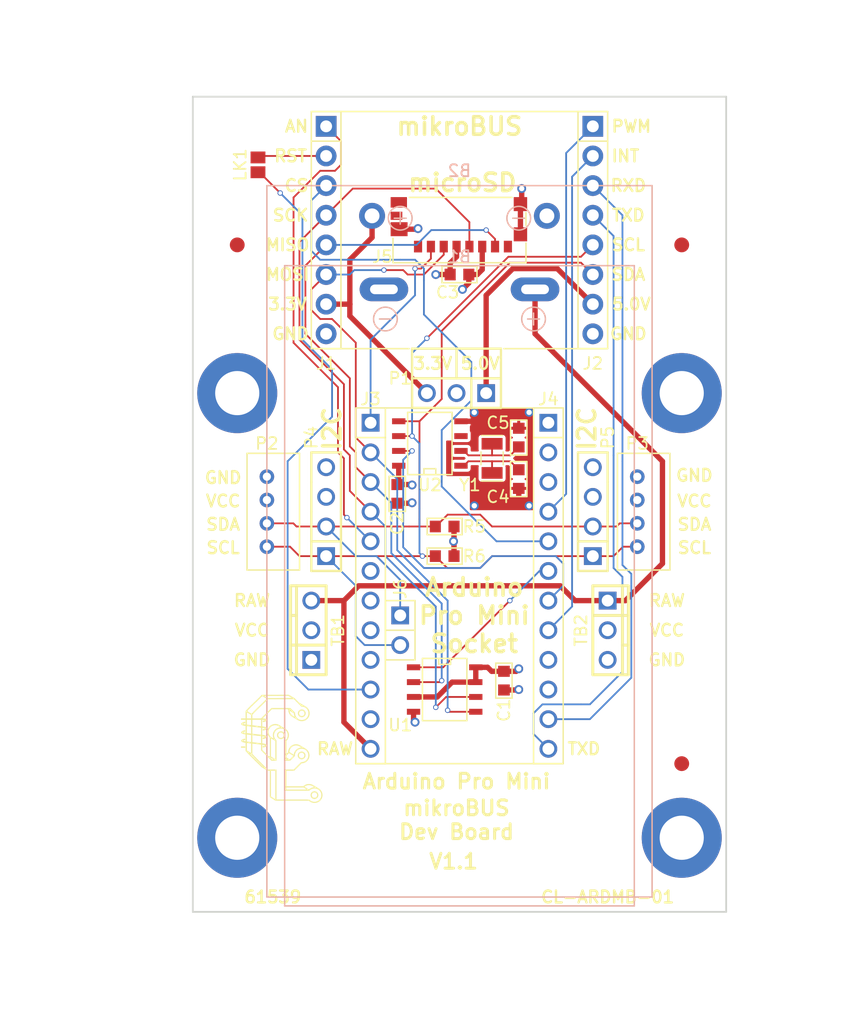
<source format=kicad_pcb>
(kicad_pcb (version 4) (host pcbnew 4.0.4-stable)
  (title_block (title "Arduino Pro Mini mikroBUS Develepment Board") (date 2018-04-07) (rev 1.1) (company "Casco Logix, LLC"))
  (layers (0 F.Cu signal) (1 Power.Cu power hide) (2 Ground.Cu power hide) (31 B.Cu signal) (34 B.Paste user) (35 F.Paste user) (36 B.SilkS user) (37 F.SilkS user) (38 B.Mask user) (39 F.Mask user) (44 Edge.Cuts user))
  (net 0 "")
  (net 1 RAW)
  (net 2 GND)
  (net 3 MOSI)
  (net 4 3.3V)
  (net 5 SCK)
  (net 6 MISO)
  (net 7 D5)
  (net 8 A0)
  (net 9 SDA)
  (net 10 5.0V)
  (net 11 SCL)
  (net 12 RXD)
  (net 13 D2)
  (net 14 RST)
  (net 15 VCC)
  (net 16 D4)
  (net 17 D3)
  (net 18 D6)
  (net 19 TXD)
  (net 20 D10)
  (net 21 "Net-(C4-Pad1)")
  (net 22 "Net-(C5-Pad1)")
  (net 23 /mikroBUS_RST)
  (module Passive:0603 (layer F.Cu) (at 85.09 60.96 90)
    (fp_text reference C5 (at 1.27 -1.778 360) (layer F.SilkS) (effects (font (size 1.016 1.016) (thickness 0.1524))))
    (fp_text value 6pF)
    (pad 1 smd rect (at -0.8 0 90) (size 0.95 1) (layers F.Cu F.Paste F.Mask) (net 22 "Net-(C5-Pad1)"))
    (pad 2 smd rect (at 0.8 0 90) (size 0.95 1) (layers F.Cu F.Paste F.Mask) (net 2 GND))
  )
  (module Battery:Keystone_2462_2AA (layer B.Cu) (at 80.01 69.85 90)
    (fp_text reference B2 (at 31.75 0 360) (layer B.SilkS) (effects (font (size 1.016 1.016) (thickness 0.1524)) (justify mirror)))
    (fp_text value 2xAA)
    (pad 2 thru_hole circle (at 27.8892 7.493 90) (size 2.2225 2.2225) (drill 1.27) (layers *.Cu *.Mask) (net 2 GND))
    (pad 1 thru_hole circle (at 27.8892 -7.493 90) (size 2.2225 2.2225) (drill 1.27) (layers *.Cu *.Mask) (net 4 3.3V))
  )
  (module TB_100MIL_1R3P_PTH (layer F.Cu) (at 92.71 77.47 270)
    (fp_text reference TB2 (at 0 2.286 450) (layer F.SilkS) (effects (font (size 1.016 1.016) (thickness 0.1524))))
    (fp_text value OSTVN_1x3 hide)
    (pad 1 thru_hole rect (at -2.54 0 270) (size 1.524 1.524) (drill 1.016) (layers *.Cu *.Mask) (net 1 RAW))
    (pad 2 thru_hole circle (at 0 0 270) (size 1.524 1.524) (drill 1.016) (layers *.Cu *.Mask) (net 15 VCC))
    (pad 3 thru_hole circle (at 2.54 0 270) (size 1.524 1.524) (drill 1.016) (layers *.Cu *.Mask) (net 2 GND))
  )
  (module Connector:PH_2.0_PTH (layer F.Cu) (at 95.25 67.31 90)
    (fp_text reference P3 (at 5.842 0 360) (layer F.SilkS) (effects (font (size 1.016 1.016) (thickness 0.1524))))
    (fp_text value HEADER_M_2.54MM_1R4P_ST_AU_PTH hide)
    (pad 3 thru_hole circle (at 1 0 90) (size 1.25 1.25) (drill 0.7) (layers *.Cu *.Mask) (net 15 VCC))
    (pad 2 thru_hole circle (at -1 0 90) (size 1.25 1.25) (drill 0.7) (layers *.Cu *.Mask) (net 9 SDA))
    (pad 1 thru_hole circle (at -3 0 90) (size 1.25 1.25) (drill 0.7) (layers *.Cu *.Mask) (net 11 SCL))
    (pad 4 thru_hole circle (at 3 0 90) (size 1.25 1.25) (drill 0.7) (layers *.Cu *.Mask) (net 2 GND))
  )
  (module Connector:Molex_0475710001 (layer F.Cu) (at 80.01 43.18 180)
    (fp_text reference J5 (at 6.604 -2.286 180) (layer F.SilkS) (effects (font (size 1.016 1.016) (thickness 0.1524))))
    (fp_text value Molex_0475710001 hide)
    (pad 1 smd rect (at 3.55 -1.415 180) (size 0.7 1) (layers F.Cu F.Paste F.Mask))
    (pad 2 smd rect (at 2.45 -1.415 180) (size 0.7 1) (layers F.Cu F.Paste F.Mask) (net 20 D10))
    (pad 3 smd rect (at 1.35 -1.415 180) (size 0.7 1) (layers F.Cu F.Paste F.Mask) (net 3 MOSI))
    (pad 4 smd rect (at 0.25 -1.415 180) (size 0.7 1) (layers F.Cu F.Paste F.Mask) (net 15 VCC))
    (pad 5 smd rect (at -0.85 -1.415 180) (size 0.7 1) (layers F.Cu F.Paste F.Mask) (net 5 SCK))
    (pad 6 smd rect (at -1.95 -1.415 180) (size 0.7 1) (layers F.Cu F.Paste F.Mask) (net 2 GND))
    (pad 7 smd rect (at -3.05 -1.415 180) (size 0.7 1) (layers F.Cu F.Paste F.Mask) (net 6 MISO))
    (pad 8 smd rect (at -4.15 -1.415 180) (size 0.7 1) (layers F.Cu F.Paste F.Mask))
    (pad 9 smd rect (at -5.225 -0.365 180) (size 1.15 1.2) (layers F.Cu F.Paste F.Mask) (net 2 GND))
    (pad 10 smd rect (at -5.225 2.225 180) (size 1.15 1.2) (layers F.Cu F.Paste F.Mask) (net 2 GND))
    (pad 11 smd rect (at 5.175 0.075 180) (size 1.45 1.2) (layers F.Cu F.Paste F.Mask) (net 2 GND))
    (pad 12 smd rect (at 5.4 1.225 180) (size 1 0.7) (layers F.Cu F.Paste F.Mask))
    (pad 13 smd rect (at 5.2 2.375 180) (size 1.4 0.9) (layers F.Cu F.Paste F.Mask))
  )
  (module Connector:PH_2.0_PTH (layer F.Cu) (at 63.5 67.31 90)
    (fp_text reference P2 (at 5.842 0 360) (layer F.SilkS) (effects (font (size 1.016 1.016) (thickness 0.1524))))
    (fp_text value HEADER_M_2.54MM_1R4P_ST_AU_PTH hide)
    (pad 3 thru_hole circle (at 1 0 90) (size 1.25 1.25) (drill 0.7) (layers *.Cu *.Mask) (net 15 VCC))
    (pad 2 thru_hole circle (at -1 0 90) (size 1.25 1.25) (drill 0.7) (layers *.Cu *.Mask) (net 9 SDA))
    (pad 1 thru_hole circle (at -3 0 90) (size 1.25 1.25) (drill 0.7) (layers *.Cu *.Mask) (net 11 SCL))
    (pad 4 thru_hole circle (at 3 0 90) (size 1.25 1.25) (drill 0.7) (layers *.Cu *.Mask) (net 2 GND))
  )
  (module Passive:0603 (layer F.Cu) (at 83.82 81.788 270)
    (fp_text reference C1 (at 2.54 0 270) (layer F.SilkS) (effects (font (size 1.016 1.016) (thickness 0.1524))))
    (fp_text value 1uF)
    (pad 1 smd rect (at -0.8 0 270) (size 0.95 1) (layers F.Cu F.Paste F.Mask) (net 15 VCC))
    (pad 2 smd rect (at 0.8 0 270) (size 0.95 1) (layers F.Cu F.Paste F.Mask) (net 2 GND))
  )
  (module Passive:0603 (layer F.Cu) (at 74.676 65.786 270)
    (fp_text reference C2 (at 2.54 0 450) (layer F.SilkS) (effects (font (size 1.016 1.016) (thickness 0.1524))))
    (fp_text value 1uF)
    (pad 1 smd rect (at -0.8 0 270) (size 0.95 1) (layers F.Cu F.Paste F.Mask) (net 15 VCC))
    (pad 2 smd rect (at 0.8 0 270) (size 0.95 1) (layers F.Cu F.Paste F.Mask) (net 2 GND))
  )
  (module Passive:0603 (layer F.Cu) (at 80.01 46.99)
    (fp_text reference C3 (at -1.016 1.524) (layer F.SilkS) (effects (font (size 1.016 1.016) (thickness 0.1524))))
    (fp_text value 1uF)
    (pad 1 smd rect (at -0.8 0) (size 0.95 1) (layers F.Cu F.Paste F.Mask) (net 15 VCC))
    (pad 2 smd rect (at 0.8 0) (size 0.95 1) (layers F.Cu F.Paste F.Mask) (net 2 GND))
  )
  (module Passive:SOLDER_LINK_NO (layer F.Cu) (at 62.738 37.592 180)
    (fp_text reference LK1 (at 1.524 0 450) (layer F.SilkS) (effects (font (size 1.016 1.016) (thickness 0.1524))))
    (fp_text value SOLDER_LINK_NO)
    (pad 1 smd rect (at 0 -0.635 180) (size 1.27 1.016) (layers F.Cu F.Mask) (net 14 RST))
    (pad 2 smd rect (at 0 0.635 180) (size 1.27 1.016) (layers F.Cu F.Mask) (net 23 /mikroBUS_RST))
  )
  (module Passive:R0603 (layer F.Cu) (at 78.74 68.58 180)
    (fp_text reference R5 (at -2.54 0 180) (layer F.SilkS) (effects (font (size 1.016 1.016) (thickness 0.1524))))
    (fp_text value 4.7k)
    (pad 1 smd rect (at -0.8 0 180) (size 0.95 1) (layers F.Cu F.Paste F.Mask) (net 15 VCC))
    (pad 2 smd rect (at 0.8 0 180) (size 0.95 1) (layers F.Cu F.Paste F.Mask) (net 9 SDA))
  )
  (module Passive:R0603 (layer F.Cu) (at 78.74 71.12 180)
    (fp_text reference R6 (at -2.54 0 180) (layer F.SilkS) (effects (font (size 1.016 1.016) (thickness 0.1524))))
    (fp_text value 4.7k)
    (pad 1 smd rect (at -0.8 0 180) (size 0.95 1) (layers F.Cu F.Paste F.Mask) (net 15 VCC))
    (pad 2 smd rect (at 0.8 0 180) (size 0.95 1) (layers F.Cu F.Paste F.Mask) (net 11 SCL))
  )
  (module Active:SO-8 (layer F.Cu) (at 78.74 82.55)
    (fp_text reference U1 (at -3.81 3.048) (layer F.SilkS) (effects (font (size 1.016 1.016) (thickness 0.1524))))
    (fp_text value FL116K hide)
    (pad 8 smd rect (at 2.667 -1.905 270) (size 0.508 1.143) (layers F.Cu F.Paste F.Mask) (net 15 VCC))
    (pad 1 smd rect (at -2.667 -1.905 270) (size 0.508 1.143) (layers F.Cu F.Paste F.Mask) (net 16 D4))
    (pad 7 smd rect (at 2.667 -0.635 270) (size 0.508 1.143) (layers F.Cu F.Paste F.Mask) (net 15 VCC))
    (pad 6 smd rect (at 2.667 0.635 270) (size 0.508 1.143) (layers F.Cu F.Paste F.Mask) (net 5 SCK))
    (pad 5 smd rect (at 2.667 1.905 270) (size 0.508 1.143) (layers F.Cu F.Paste F.Mask) (net 3 MOSI))
    (pad 2 smd rect (at -2.667 -0.635 270) (size 0.508 1.143) (layers F.Cu F.Paste F.Mask) (net 6 MISO))
    (pad 3 smd rect (at -2.667 0.635 270) (size 0.508 1.143) (layers F.Cu F.Paste F.Mask) (net 15 VCC))
    (pad 4 smd rect (at -2.667 1.905 270) (size 0.508 1.143) (layers F.Cu F.Paste F.Mask) (net 2 GND))
  )
  (module Active:SO-8 (layer F.Cu) (at 77.47 61.468 180)
    (fp_text reference U2 (at 0 -3.556 180) (layer F.SilkS) (effects (font (size 1.016 1.016) (thickness 0.1524))))
    (fp_text value MCP7940M-I/SN hide)
    (pad 8 smd rect (at 2.667 -1.905 90) (size 0.508 1.143) (layers F.Cu F.Paste F.Mask) (net 15 VCC))
    (pad 1 smd rect (at -2.667 -1.905 90) (size 0.508 1.143) (layers F.Cu F.Paste F.Mask) (net 21 "Net-(C4-Pad1)"))
    (pad 7 smd rect (at 2.667 -0.635 90) (size 0.508 1.143) (layers F.Cu F.Paste F.Mask) (net 17 D3))
    (pad 6 smd rect (at 2.667 0.635 90) (size 0.508 1.143) (layers F.Cu F.Paste F.Mask) (net 11 SCL))
    (pad 5 smd rect (at 2.667 1.905 90) (size 0.508 1.143) (layers F.Cu F.Paste F.Mask) (net 9 SDA))
    (pad 2 smd rect (at -2.667 -0.635 90) (size 0.508 1.143) (layers F.Cu F.Paste F.Mask) (net 22 "Net-(C5-Pad1)"))
    (pad 3 smd rect (at -2.667 0.635 90) (size 0.508 1.143) (layers F.Cu F.Paste F.Mask))
    (pad 4 smd rect (at -2.667 1.905 90) (size 0.508 1.143) (layers F.Cu F.Paste F.Mask) (net 2 GND))
  )
  (module Logo:Casco_Logix_Logo_7x7MM (layer F.Cu) (at 64.77 87.63)
    (fp_text reference G1 hide)
    (fp_text value Casco_Logix_Logo hide)
  )
  (module FIDUCIAL:FIDUCIAL (layer F.Cu) (at 99.06 88.9)
    (fp_text reference M1 hide)
    (fp_text value FID hide)
    (pad ~ smd circle (at 0 0 270) (size 1.27 1.27) (layers F.Cu F.Mask) (clearance 0.635))
  )
  (module FIDUCIAL:FIDUCIAL (layer F.Cu) (at 99.06 44.45)
    (fp_text reference M2 hide)
    (fp_text value FID hide)
    (pad ~ smd circle (at 0 0 270) (size 1.27 1.27) (layers F.Cu F.Mask) (clearance 0.635))
  )
  (module FIDUCIAL:FIDUCIAL (layer F.Cu) (at 60.96 44.45)
    (fp_text reference M3 hide)
    (fp_text value FID hide)
    (pad ~ smd circle (at 0 0 270) (size 1.27 1.27) (layers F.Cu F.Mask) (clearance 0.635))
  )
  (module Fastener:MH_#6 (layer F.Cu) (at 60.96 57.15)
    (fp_text reference MH1 hide)
    (fp_text value MTG_HOLE)
    (pad ~ thru_hole circle (at 0 0) (size 6.858 6.858) (drill 3.7846) (layers *.Cu *.Mask) (net 2 GND))
  )
  (module Fastener:MH_#6 (layer F.Cu) (at 99.06 57.15)
    (fp_text reference MH2 hide)
    (fp_text value MTG_HOLE)
    (pad ~ thru_hole circle (at 0 0) (size 6.858 6.858) (drill 3.7846) (layers *.Cu *.Mask) (net 2 GND))
  )
  (module Fastener:MH_#6 (layer F.Cu) (at 60.96 95.25)
    (fp_text reference MH3 hide)
    (fp_text value MTG_HOLE)
    (pad ~ thru_hole circle (at 0 0) (size 6.858 6.858) (drill 3.7846) (layers *.Cu *.Mask) (net 2 GND))
  )
  (module Fastener:MH_#6 (layer F.Cu) (at 99.06 95.25)
    (fp_text reference MH4 hide)
    (fp_text value MTG_HOLE)
    (pad ~ thru_hole circle (at 0 0) (size 6.858 6.858) (drill 3.7846) (layers *.Cu *.Mask) (net 2 GND))
  )
  (module Header:HEADER_F_2.54MM_1R8P_ST_AU_PTH (layer F.Cu) (at 68.58 43.18 270)
    (fp_text reference J1 (at 11.43 0 360) (layer F.SilkS) (effects (font (size 1.016 1.016) (thickness 0.1524))))
    (fp_text value HEADER_F_2.54MM_1R8P_ST_AU_PTH)
    (pad 6 thru_hole circle (at 3.81 0 270) (size 1.778 1.778) (drill 1.016) (layers *.Cu *.Mask) (net 3 MOSI))
    (pad 7 thru_hole circle (at 6.35 0 270) (size 1.778 1.778) (drill 1.016) (layers *.Cu *.Mask) (net 4 3.3V))
    (pad 8 thru_hole circle (at 8.89 0 270) (size 1.778 1.778) (drill 1.016) (layers *.Cu *.Mask) (net 2 GND))
    (pad 4 thru_hole circle (at -1.27 0 270) (size 1.778 1.778) (drill 1.016) (layers *.Cu *.Mask) (net 5 SCK))
    (pad 5 thru_hole circle (at 1.27 0 270) (size 1.778 1.778) (drill 1.016) (layers *.Cu *.Mask) (net 6 MISO))
    (pad 3 thru_hole circle (at -3.81 0 270) (size 1.778 1.778) (drill 1.016) (layers *.Cu *.Mask) (net 7 D5))
    (pad 2 thru_hole circle (at -6.35 0 270) (size 1.778 1.778) (drill 1.016) (layers *.Cu *.Mask) (net 23 /mikroBUS_RST))
    (pad 1 thru_hole rect (at -8.89 0 270) (size 1.778 1.778) (drill 1.016) (layers *.Cu *.Mask) (net 8 A0))
  )
  (module Header:HEADER_F_2.54MM_1R8P_ST_AU_PTH (layer F.Cu) (at 91.44 43.18 270)
    (fp_text reference J2 (at 11.43 0 360) (layer F.SilkS) (effects (font (size 1.016 1.016) (thickness 0.1524))))
    (fp_text value HEADER_F_2.54MM_1R8P_ST_AU_PTH)
    (pad 6 thru_hole circle (at 3.81 0 270) (size 1.778 1.778) (drill 1.016) (layers *.Cu *.Mask) (net 9 SDA))
    (pad 7 thru_hole circle (at 6.35 0 270) (size 1.778 1.778) (drill 1.016) (layers *.Cu *.Mask) (net 10 5.0V))
    (pad 8 thru_hole circle (at 8.89 0 270) (size 1.778 1.778) (drill 1.016) (layers *.Cu *.Mask) (net 2 GND))
    (pad 4 thru_hole circle (at -1.27 0 270) (size 1.778 1.778) (drill 1.016) (layers *.Cu *.Mask) (net 19 TXD))
    (pad 5 thru_hole circle (at 1.27 0 270) (size 1.778 1.778) (drill 1.016) (layers *.Cu *.Mask) (net 11 SCL))
    (pad 3 thru_hole circle (at -3.81 0 270) (size 1.778 1.778) (drill 1.016) (layers *.Cu *.Mask) (net 12 RXD))
    (pad 2 thru_hole circle (at -6.35 0 270) (size 1.778 1.778) (drill 1.016) (layers *.Cu *.Mask) (net 13 D2))
    (pad 1 thru_hole rect (at -8.89 0 270) (size 1.778 1.778) (drill 1.016) (layers *.Cu *.Mask) (net 18 D6))
  )
  (module Header:HEADER_M_2.54MM_1R4P_ST_AU_PTH (layer F.Cu) (at 91.44 67.31 90)
    (fp_text reference P5 (at 6.35 1.27 90) (layer F.SilkS) (effects (font (size 1.016 1.016) (thickness 0.1524))))
    (fp_text value HEADER_M_2.54MM_1R4P_ST_AU_PTH hide)
    (pad 4 thru_hole circle (at 3.81 0 90) (size 1.524 1.524) (drill 1.016) (layers *.Cu *.Mask) (net 2 GND))
    (pad 3 thru_hole circle (at 1.27 0 90) (size 1.524 1.524) (drill 1.016) (layers *.Cu *.Mask) (net 15 VCC))
    (pad 2 thru_hole circle (at -1.27 0 90) (size 1.524 1.524) (drill 1.016) (layers *.Cu *.Mask) (net 9 SDA))
    (pad 1 thru_hole rect (at -3.81 0 90) (size 1.524 1.524) (drill 1.016) (layers *.Cu *.Mask) (net 11 SCL))
  )
  (module Terminal_Block:TB_100MIL_1R3P_PTH (layer F.Cu) (at 67.31 77.47 90)
    (fp_text reference TB1 (at 0 2.286 270) (layer F.SilkS) (effects (font (size 1.016 1.016) (thickness 0.1524))))
    (fp_text value OSTVN_1x3 hide)
    (pad 1 thru_hole rect (at -2.54 0 90) (size 1.524 1.524) (drill 1.016) (layers *.Cu *.Mask) (net 2 GND))
    (pad 2 thru_hole circle (at 0 0 90) (size 1.524 1.524) (drill 1.016) (layers *.Cu *.Mask) (net 15 VCC))
    (pad 3 thru_hole circle (at 2.54 0 90) (size 1.524 1.524) (drill 1.016) (layers *.Cu *.Mask) (net 1 RAW))
  )
  (module Header:HEADER_M_2.54MM_1R4P_ST_AU_PTH (layer F.Cu) (at 68.58 67.31 90)
    (fp_text reference P4 (at 6.35 -1.27 90) (layer F.SilkS) (effects (font (size 1.016 1.016) (thickness 0.1524))))
    (fp_text value HEADER_M_2.54MM_1R4P_ST_AU_PTH hide)
    (pad 4 thru_hole circle (at 3.81 0 90) (size 1.524 1.524) (drill 1.016) (layers *.Cu *.Mask) (net 2 GND))
    (pad 3 thru_hole circle (at 1.27 0 90) (size 1.524 1.524) (drill 1.016) (layers *.Cu *.Mask) (net 15 VCC))
    (pad 2 thru_hole circle (at -1.27 0 90) (size 1.524 1.524) (drill 1.016) (layers *.Cu *.Mask) (net 9 SDA))
    (pad 1 thru_hole rect (at -3.81 0 90) (size 1.524 1.524) (drill 1.016) (layers *.Cu *.Mask) (net 11 SCL))
  )
  (module Header:HEADER_F_2.54MM_1R12P_ST_SN_PTH (layer F.Cu) (at 72.39 73.66 270)
    (fp_text reference J3 (at -16.002 0 360) (layer F.SilkS) (effects (font (size 1.016 1.016) (thickness 0.1524))))
    (fp_text value HEADER_F_2.54MM_1R12P_ST_AU_PTH)
    (pad 11 thru_hole circle (at 11.43 0 270) (size 1.524 1.524) (drill 1.016) (layers *.Cu *.Mask) (net 2 GND))
    (pad 12 thru_hole circle (at 13.97 0 270) (size 1.524 1.524) (drill 1.016) (layers *.Cu *.Mask) (net 1 RAW))
    (pad 10 thru_hole circle (at 8.89 0 270) (size 1.524 1.524) (drill 1.016) (layers *.Cu *.Mask) (net 14 RST))
    (pad 6 thru_hole circle (at -1.27 0 270) (size 1.524 1.524) (drill 1.016) (layers *.Cu *.Mask))
    (pad 7 thru_hole circle (at 1.27 0 270) (size 1.524 1.524) (drill 1.016) (layers *.Cu *.Mask))
    (pad 9 thru_hole circle (at 6.35 0 270) (size 1.524 1.524) (drill 1.016) (layers *.Cu *.Mask) (net 15 VCC))
    (pad 8 thru_hole circle (at 3.81 0 270) (size 1.524 1.524) (drill 1.016) (layers *.Cu *.Mask))
    (pad 4 thru_hole circle (at -6.35 0 270) (size 1.524 1.524) (drill 1.016) (layers *.Cu *.Mask) (net 5 SCK))
    (pad 5 thru_hole circle (at -3.81 0 270) (size 1.524 1.524) (drill 1.016) (layers *.Cu *.Mask) (net 8 A0))
    (pad 3 thru_hole circle (at -8.89 0 270) (size 1.524 1.524) (drill 1.016) (layers *.Cu *.Mask) (net 6 MISO))
    (pad 2 thru_hole circle (at -11.43 0 270) (size 1.524 1.524) (drill 1.016) (layers *.Cu *.Mask) (net 3 MOSI))
    (pad 1 thru_hole rect (at -13.97 0 270) (size 1.524 1.524) (drill 1.016) (layers *.Cu *.Mask) (net 20 D10))
  )
  (module Header:HEADER_F_2.54MM_1R12P_ST_SN_PTH (layer F.Cu) (at 87.63 73.66 270)
    (fp_text reference J4 (at -16.002 0 360) (layer F.SilkS) (effects (font (size 1.016 1.016) (thickness 0.1524))))
    (fp_text value HEADER_F_2.54MM_1R12P_ST_AU_PTH)
    (pad 11 thru_hole circle (at 11.43 0 270) (size 1.524 1.524) (drill 1.016) (layers *.Cu *.Mask) (net 12 RXD))
    (pad 12 thru_hole circle (at 13.97 0 270) (size 1.524 1.524) (drill 1.016) (layers *.Cu *.Mask) (net 19 TXD))
    (pad 10 thru_hole circle (at 8.89 0 270) (size 1.524 1.524) (drill 1.016) (layers *.Cu *.Mask))
    (pad 6 thru_hole circle (at -1.27 0 270) (size 1.524 1.524) (drill 1.016) (layers *.Cu *.Mask) (net 16 D4))
    (pad 7 thru_hole circle (at 1.27 0 270) (size 1.524 1.524) (drill 1.016) (layers *.Cu *.Mask) (net 17 D3))
    (pad 9 thru_hole circle (at 6.35 0 270) (size 1.524 1.524) (drill 1.016) (layers *.Cu *.Mask) (net 2 GND))
    (pad 8 thru_hole circle (at 3.81 0 270) (size 1.524 1.524) (drill 1.016) (layers *.Cu *.Mask) (net 13 D2))
    (pad 4 thru_hole circle (at -6.35 0 270) (size 1.524 1.524) (drill 1.016) (layers *.Cu *.Mask) (net 18 D6))
    (pad 5 thru_hole circle (at -3.81 0 270) (size 1.524 1.524) (drill 1.016) (layers *.Cu *.Mask) (net 7 D5))
    (pad 3 thru_hole circle (at -8.89 0 270) (size 1.524 1.524) (drill 1.016) (layers *.Cu *.Mask))
    (pad 2 thru_hole circle (at -11.43 0 270) (size 1.524 1.524) (drill 1.016) (layers *.Cu *.Mask))
    (pad 1 thru_hole rect (at -13.97 0 270) (size 1.524 1.524) (drill 1.016) (layers *.Cu *.Mask))
  )
  (module Header:HEADER_M_2.54MM_1R3P_ST_AU_PTH (layer F.Cu) (at 79.756 57.15 180)
    (fp_text reference P1 (at 4.826 1.27 180) (layer F.SilkS) (effects (font (size 1.016 1.016) (thickness 0.1524))))
    (fp_text value HEADER_M_2.54MM_1R3P_ST_AU_PTH hide)
    (pad 3 thru_hole circle (at 2.54 0 180) (size 1.524 1.524) (drill 1.016) (layers *.Cu *.Mask) (net 4 3.3V))
    (pad 2 thru_hole circle (at 0 0 180) (size 1.524 1.524) (drill 1.016) (layers *.Cu *.Mask) (net 15 VCC))
    (pad 1 thru_hole rect (at -2.54 0 180) (size 1.524 1.524) (drill 1.016) (layers *.Cu *.Mask) (net 10 5.0V))
  )
  (module Header:HEADER_F_2.54MM_1R2P_ST_SN_PTH (layer F.Cu) (at 74.93 77.47 270)
    (fp_text reference J6 (at -3.556 0 270) (layer F.SilkS) (effects (font (size 1.016 1.016) (thickness 0.1524))))
    (fp_text value HEADER_F_2.54MM_1R2P_ST_AU_PTH hide)
    (pad 2 thru_hole circle (at 1.27 0 270) (size 1.524 1.524) (drill 1.016) (layers *.Cu *.Mask) (net 11 SCL))
    (pad 1 thru_hole rect (at -1.27 0 270) (size 1.524 1.524) (drill 1.016) (layers *.Cu *.Mask) (net 9 SDA))
  )
  (module Battery:BC9VPC (layer B.Cu) (at 80.01 48.26 270)
    (fp_text reference B1 (at -2.794 0 540) (layer B.SilkS) (effects (font (size 1.016 1.016) (thickness 0.1524)) (justify mirror)))
    (fp_text value 9V)
    (pad 2 thru_hole oval (at 0 6.477 270) (size 2.032 4.1656) (drill oval 0.8255 2.38125) (layers *.Cu *.Mask) (net 2 GND))
    (pad 1 thru_hole oval (at 0 -6.477 270) (size 2.032 4.1656) (drill oval 0.8255 2.38125) (layers *.Cu *.Mask) (net 1 RAW))
  )
  (module Passive:0603 (layer F.Cu) (at 85.09 64.516 270)
    (fp_text reference C4 (at 1.524 1.778 360) (layer F.SilkS) (effects (font (size 1.016 1.016) (thickness 0.1524))))
    (fp_text value 6pF)
    (pad 1 smd rect (at -0.8 0 270) (size 0.95 1) (layers F.Cu F.Paste F.Mask) (net 21 "Net-(C4-Pad1)"))
    (pad 2 smd rect (at 0.8 0 270) (size 0.95 1) (layers F.Cu F.Paste F.Mask) (net 2 GND))
  )
  (module Passive:XTAL_3.2MM_1.5MM_SMT_ALT (layer F.Cu) (at 82.804 62.738 270)
    (fp_text reference Y1 (at 2.286 1.905 360) (layer F.SilkS) (effects (font (size 1.016 1.016) (thickness 0.1524))))
    (fp_text value 32.768k)
    (pad 1 smd rect (at -1.25 0 270) (size 1 1.8) (layers F.Cu F.Paste F.Mask) (net 22 "Net-(C5-Pad1)"))
    (pad 2 smd rect (at 1.25 0 270) (size 1 1.8) (layers F.Cu F.Paste F.Mask) (net 21 "Net-(C4-Pad1)"))
  )
  (gr_line (start 83.566 58.42) (end 86.36 58.42) (angle 90) (layer F.SilkS) (width 0.127))
  (gr_line (start 73.66 58.42) (end 75.946 58.42) (angle 90) (layer F.SilkS) (width 0.127))
  (gr_text GND (at 59.75 64.4) (layer F.SilkS) (effects (font (size 1.016 1.016) (thickness 0.2032))))
  (gr_text VCC (at 59.75 66.4) (layer F.SilkS) (effects (font (size 1.016 1.016) (thickness 0.2032))))
  (gr_text SDA (at 59.75 68.4) (layer F.SilkS) (effects (font (size 1.016 1.016) (thickness 0.2032))))
  (gr_text SCL (at 59.75 70.4) (layer F.SilkS) (effects (font (size 1.016 1.016) (thickness 0.2032))))
  (gr_text TXD (at 90.678 87.63) (layer F.SilkS) (effects (font (size 1.016 1.016) (thickness 0.2032))))
  (gr_text RAW (at 69.342 87.63) (layer F.SilkS) (effects (font (size 1.016 1.016) (thickness 0.2032))))
  (gr_text SCL (at 100.15 70.4) (layer F.SilkS) (effects (font (size 1.016 1.016) (thickness 0.2032))))
  (gr_text SDA (at 100.15 68.4) (layer F.SilkS) (effects (font (size 1.016 1.016) (thickness 0.2032))))
  (gr_text VCC (at 100.15 66.4) (layer F.SilkS) (effects (font (size 1.016 1.016) (thickness 0.2032))))
  (gr_text GND (at 100.15 64.2) (layer F.SilkS) (effects (font (size 1.016 1.016) (thickness 0.2032))))
  (gr_text INT (at 94.234 36.83) (layer F.SilkS) (effects (font (size 1.016 1.016) (thickness 0.2032))))
  (gr_text PWM (at 94.742 34.29) (layer F.SilkS) (effects (font (size 1.016 1.016) (thickness 0.2032))))
  (gr_text RXD (at 94.488 39.37) (layer F.SilkS) (effects (font (size 1.016 1.016) (thickness 0.2032))))
  (gr_text TXD (at 94.488 41.91) (layer F.SilkS) (effects (font (size 1.016 1.016) (thickness 0.2032))))
  (gr_text SCL (at 94.488 44.45) (layer F.SilkS) (effects (font (size 1.016 1.016) (thickness 0.2032))))
  (gr_text SDA (at 94.488 46.99) (layer F.SilkS) (effects (font (size 1.016 1.016) (thickness 0.2032))))
  (gr_text 5.0V (at 94.742 49.53) (layer F.SilkS) (effects (font (size 1.016 1.016) (thickness 0.2032))))
  (gr_text GND (at 94.488 52.07) (layer F.SilkS) (effects (font (size 1.016 1.016) (thickness 0.2032))))
  (gr_text GND (at 65.532 52.07) (layer F.SilkS) (effects (font (size 1.016 1.016) (thickness 0.2032))))
  (gr_text 3.3V (at 65.278 49.53) (layer F.SilkS) (effects (font (size 1.016 1.016) (thickness 0.2032))))
  (gr_text MOSI (at 65.278 46.99) (layer F.SilkS) (effects (font (size 1.016 1.016) (thickness 0.2032))))
  (gr_text MISO (at 65.278 44.45) (layer F.SilkS) (effects (font (size 1.016 1.016) (thickness 0.2032))))
  (gr_text SCK (at 65.532 41.91) (layer F.SilkS) (effects (font (size 1.016 1.016) (thickness 0.2032))))
  (gr_text CS (at 66.04 39.37) (layer F.SilkS) (effects (font (size 1.016 1.016) (thickness 0.2032))))
  (gr_text RST (at 65.532 36.83) (layer F.SilkS) (effects (font (size 1.016 1.016) (thickness 0.2032))))
  (gr_text AN (at 66.04 34.29) (layer F.SilkS) (effects (font (size 1.016 1.016) (thickness 0.2032))))
  (gr_line (start 57.15 31.75) (end 102.87 31.75) (angle 90) (layer Edge.Cuts) (width 0.15))
  (gr_line (start 57.15 101.6) (end 102.87 101.6) (angle 90) (layer Edge.Cuts) (width 0.15))
  (gr_text CL-ARDMB-01 (at 92.71 100.33) (layer F.SilkS) (effects (font (size 1.016 1.016) (thickness 0.2032))))
  (gr_text "mikroBUS\nDev Board" (at 79.756 93.726) (layer F.SilkS) (effects (font (size 1.27 1.27) (thickness 0.254))))
  (gr_text "Arduino Pro Mini" (at 79.756 90.424) (layer F.SilkS) (effects (font (size 1.27 1.27) (thickness 0.254))))
  (gr_text 61539 (at 64.008 100.33) (layer F.SilkS) (effects (font (size 1.016 1.016) (thickness 0.2032))))
  (gr_text V1.1 (at 79.502 97.282) (layer F.SilkS) (effects (font (size 1.27 1.27) (thickness 0.254))))
  (gr_text microSD (at 80.264 39.116) (layer F.SilkS) (effects (font (size 1.5 1.5) (thickness 0.3))))
  (gr_line (start 83.82 53.34) (end 92.71 53.34) (angle 90) (layer F.SilkS) (width 0.127))
  (gr_line (start 67.564 53.34) (end 75.692 53.34) (angle 90) (layer F.SilkS) (width 0.127))
  (gr_line (start 75.946 53.34) (end 75.946 55.88) (angle 90) (layer F.SilkS) (width 0.2))
  (gr_line (start 83.566 53.34) (end 83.566 55.88) (angle 90) (layer F.SilkS) (width 0.2))
  (gr_line (start 79.756 53.34) (end 75.946 53.34) (angle 90) (layer F.SilkS) (width 0.2))
  (gr_line (start 79.756 53.34) (end 83.566 53.34) (angle 90) (layer F.SilkS) (width 0.2))
  (gr_line (start 79.756 55.88) (end 79.756 53.34) (angle 90) (layer F.SilkS) (width 0.2))
  (gr_text RAW (at 97.79 74.93) (layer F.SilkS) (effects (font (size 1.016 1.016) (thickness 0.2032))))
  (gr_text VCC (at 97.79 77.47) (layer F.SilkS) (effects (font (size 1.016 1.016) (thickness 0.2032))))
  (gr_text GND (at 97.79 80.01) (layer F.SilkS) (effects (font (size 1.016 1.016) (thickness 0.2032))))
  (gr_text GND (at 62.23 80.01) (layer F.SilkS) (effects (font (size 1.016 1.016) (thickness 0.2032))))
  (gr_text VCC (at 62.23 77.47) (layer F.SilkS) (effects (font (size 1.016 1.016) (thickness 0.2032))))
  (gr_text RAW (at 62.23 74.93) (layer F.SilkS) (effects (font (size 1.016 1.016) (thickness 0.2032))))
  (gr_line (start 71.12 88.9) (end 88.9 88.9) (angle 90) (layer F.SilkS) (width 0.127))
  (gr_line (start 67.31 33.02) (end 92.71 33.02) (angle 90) (layer F.SilkS) (width 0.127))
  (gr_text "3.3V 5.0V" (at 79.756 54.61) (layer F.SilkS) (effects (font (size 1.016 1.016) (thickness 0.2032))))
  (gr_text I2C (at 69.088 60.198 90) (layer F.SilkS) (effects (font (size 1.5 1.5) (thickness 0.3))))
  (gr_text I2C (at 90.932 60.198 90) (layer F.SilkS) (effects (font (size 1.5 1.5) (thickness 0.3))))
  (gr_line (start 102.87 31.75) (end 102.87 101.6) (angle 90) (layer Edge.Cuts) (width 0.15))
  (gr_line (start 57.15 31.75) (end 57.15 101.6) (angle 90) (layer Edge.Cuts) (width 0.15))
  (gr_text "Arduino\nPro Mini\nSocket" (at 81.28 76.2) (layer F.SilkS) (effects (font (size 1.5 1.5) (thickness 0.3))))
  (gr_text mikroBUS (at 80.01 34.29) (layer F.SilkS) (effects (font (size 1.5 1.5) (thickness 0.3))))
  (segment (start 92.71 74.93) (end 94.234 74.93) (width 0.4572) (layer F.Cu) (net 1))
  (segment (start 86.487 52.07) (end 86.487 48.26) (width 0.4572) (layer F.Cu) (net 1))
  (segment (start 97.409 62.992) (end 86.487 52.07) (width 0.4572) (layer F.Cu) (net 1))
  (segment (start 97.409 71.755) (end 97.409 62.992) (width 0.4572) (layer F.Cu) (net 1))
  (segment (start 94.234 74.93) (end 97.409 71.755) (width 0.4572) (layer F.Cu) (net 1))
  (segment (start 92.71 74.93) (end 89.916 74.93) (width 0.4572) (layer F.Cu) (net 1))
  (segment (start 71.374 73.66) (end 88.646 73.66) (width 0.4572) (layer F.Cu) (net 1))
  (segment (start 88.646 73.66) (end 89.916 74.93) (width 0.4572) (layer F.Cu) (net 1))
  (segment (start 71.374 73.66) (end 70.104 74.93) (width 0.4572) (layer F.Cu) (net 1))
  (segment (start 67.31 74.93) (end 70.104 74.93) (width 0.4572) (layer F.Cu) (net 1))
  (segment (start 70.104 74.93) (end 70.104 85.344) (width 0.4572) (layer F.Cu) (net 1))
  (segment (start 70.104 85.344) (end 72.39 87.63) (width 0.4572) (layer F.Cu) (net 1))
  (segment (start 85.979 58.801) (end 81.28 58.801) (width 0.4572) (layer F.Cu) (net 2))
  (segment (start 81.28 59.563) (end 81.28 58.801) (width 0.4572) (layer F.Cu) (net 2))
  (via (at 81.28 58.801) (size 0.762) (drill 0.4572) (layers F.Cu B.Cu) (net 2))
  (segment (start 81.28 59.563) (end 80.137 59.563) (width 0.4572) (layer F.Cu) (net 2))
  (via (at 85.979 58.801) (size 0.762) (drill 0.4572) (layers F.Cu B.Cu) (net 2))
  (segment (start 81.28 66.802) (end 85.979 66.802) (width 0.4572) (layer F.Cu) (net 2))
  (segment (start 85.09 66.802) (end 85.979 66.802) (width 0.4572) (layer F.Cu) (net 2))
  (via (at 85.979 66.802) (size 0.762) (drill 0.4572) (layers F.Cu B.Cu) (net 2))
  (segment (start 85.09 66.802) (end 85.09 65.316) (width 0.4572) (layer F.Cu) (net 2))
  (via (at 81.28 66.802) (size 0.762) (drill 0.4572) (layers F.Cu B.Cu) (net 2))
  (segment (start 74.676 66.586) (end 75.908 66.586) (width 0.4572) (layer F.Cu) (net 2))
  (via (at 75.946 66.548) (size 0.762) (drill 0.4572) (layers F.Cu B.Cu) (net 2))
  (segment (start 75.908 66.586) (end 75.946 66.548) (width 0.4572) (layer F.Cu) (net 2))
  (segment (start 80.81 46.99) (end 80.81 47.714) (width 0.4572) (layer F.Cu) (net 2))
  (via (at 80.264 48.26) (size 0.762) (drill 0.4572) (layers F.Cu B.Cu) (net 2))
  (segment (start 80.81 47.714) (end 80.264 48.26) (width 0.4572) (layer F.Cu) (net 2))
  (segment (start 74.835 43.105) (end 76.402 43.105) (width 0.4572) (layer F.Cu) (net 2))
  (via (at 76.454 43.053) (size 0.762) (drill 0.4572) (layers F.Cu B.Cu) (net 2))
  (segment (start 76.402 43.105) (end 76.454 43.053) (width 0.4572) (layer F.Cu) (net 2))
  (segment (start 83.82 82.588) (end 85.052 82.588) (width 0.4572) (layer F.Cu) (net 2))
  (via (at 85.09 82.55) (size 0.762) (drill 0.4572) (layers F.Cu B.Cu) (net 2))
  (segment (start 85.052 82.588) (end 85.09 82.55) (width 0.4572) (layer F.Cu) (net 2))
  (segment (start 76.073 84.455) (end 76.073 85.217) (width 0.4572) (layer F.Cu) (net 2))
  (via (at 76.2 85.344) (size 0.762) (drill 0.4572) (layers F.Cu B.Cu) (net 2))
  (segment (start 76.073 85.217) (end 76.2 85.344) (width 0.4572) (layer F.Cu) (net 2))
  (segment (start 80.81 46.99) (end 81.534 46.99) (width 0.4572) (layer F.Cu) (net 2))
  (segment (start 81.96 46.564) (end 81.96 44.595) (width 0.4572) (layer F.Cu) (net 2))
  (segment (start 81.534 46.99) (end 81.96 46.564) (width 0.4572) (layer F.Cu) (net 2))
  (segment (start 80.81 46.99) (end 80.81 46.952) (width 0.4572) (layer F.Cu) (net 2))
  (segment (start 85.235 40.955) (end 85.344 40.846) (width 0.4572) (layer F.Cu) (net 2))
  (segment (start 85.344 40.846) (end 85.344 39.624) (width 0.4572) (layer F.Cu) (net 2))
  (via (at 85.344 39.624) (size 0.762) (drill 0.4572) (layers F.Cu B.Cu) (net 2))
  (segment (start 85.235 43.545) (end 85.235 40.955) (width 0.4572) (layer F.Cu) (net 2))
  (segment (start 74.93 70.866) (end 74.676 70.612) (width 0.1524) (layer B.Cu) (net 3))
  (segment (start 74.93 70.866) (end 78.994 74.93) (width 0.1524) (layer B.Cu) (net 3))
  (segment (start 81.407 84.455) (end 79.121 84.455) (width 0.1524) (layer F.Cu) (net 3))
  (segment (start 78.994 84.328) (end 79.121 84.455) (width 0.1524) (layer F.Cu) (net 3))
  (via (at 78.994 84.328) (size 0.4572) (drill 0.3048) (layers F.Cu B.Cu) (net 3))
  (segment (start 78.994 74.93) (end 78.994 84.328) (width 0.1524) (layer B.Cu) (net 3))
  (segment (start 74.676 64.516) (end 72.39 62.23) (width 0.1524) (layer B.Cu) (net 3))
  (segment (start 74.676 70.612) (end 74.676 64.516) (width 0.1524) (layer B.Cu) (net 3))
  (segment (start 68.58 46.99) (end 70.612 46.99) (width 0.1524) (layer B.Cu) (net 3))
  (segment (start 78.66 45.292) (end 78.66 44.595) (width 0.1524) (layer F.Cu) (net 3))
  (segment (start 76.962 46.99) (end 78.66 45.292) (width 0.1524) (layer F.Cu) (net 3))
  (segment (start 75.565 46.99) (end 76.962 46.99) (width 0.1524) (layer F.Cu) (net 3))
  (segment (start 75.184 46.609) (end 75.565 46.99) (width 0.1524) (layer F.Cu) (net 3))
  (segment (start 73.533 46.609) (end 75.184 46.609) (width 0.1524) (layer F.Cu) (net 3))
  (via (at 73.533 46.609) (size 0.4572) (drill 0.3048) (layers F.Cu B.Cu) (net 3))
  (segment (start 70.993 46.609) (end 73.533 46.609) (width 0.1524) (layer B.Cu) (net 3))
  (segment (start 70.612 46.99) (end 70.993 46.609) (width 0.1524) (layer B.Cu) (net 3))
  (segment (start 67.31 48.26) (end 67.31 50.038) (width 0.1524) (layer F.Cu) (net 3))
  (segment (start 68.58 46.99) (end 67.31 48.26) (width 0.1524) (layer F.Cu) (net 3))
  (segment (start 71.12 60.96) (end 72.39 62.23) (width 0.1524) (layer F.Cu) (net 3))
  (segment (start 71.12 52.832) (end 71.12 60.96) (width 0.1524) (layer F.Cu) (net 3))
  (segment (start 69.088 50.8) (end 71.12 52.832) (width 0.1524) (layer F.Cu) (net 3))
  (segment (start 68.072 50.8) (end 69.088 50.8) (width 0.1524) (layer F.Cu) (net 3))
  (segment (start 67.31 50.038) (end 68.072 50.8) (width 0.1524) (layer F.Cu) (net 3))
  (segment (start 68.58 49.53) (end 70.612 49.53) (width 0.4572) (layer F.Cu) (net 4))
  (segment (start 72.517 43.815) (end 70.612 45.72) (width 0.4572) (layer F.Cu) (net 4))
  (segment (start 77.216 57.15) (end 72.39 52.324) (width 0.4572) (layer F.Cu) (net 4))
  (segment (start 72.517 43.815) (end 72.517 41.9608) (width 0.4572) (layer F.Cu) (net 4))
  (segment (start 70.612 50.546) (end 72.39 52.324) (width 0.4572) (layer F.Cu) (net 4))
  (segment (start 70.612 45.72) (end 70.612 49.53) (width 0.4572) (layer F.Cu) (net 4))
  (segment (start 70.612 49.53) (end 70.612 50.546) (width 0.4572) (layer F.Cu) (net 4))
  (segment (start 70.104 56.642) (end 70.104 56.388) (width 0.1524) (layer F.Cu) (net 5))
  (segment (start 70.612 62.484) (end 70.612 65.532) (width 0.1524) (layer F.Cu) (net 5))
  (segment (start 70.612 65.532) (end 71.12 66.04) (width 0.1524) (layer F.Cu) (net 5))
  (segment (start 70.104 61.976) (end 70.104 56.642) (width 0.1524) (layer F.Cu) (net 5))
  (segment (start 72.39 67.31) (end 71.12 66.04) (width 0.1524) (layer F.Cu) (net 5))
  (segment (start 70.104 61.976) (end 70.612 62.484) (width 0.1524) (layer F.Cu) (net 5))
  (segment (start 70.104 56.388) (end 66.294 52.578) (width 0.1524) (layer F.Cu) (net 5))
  (segment (start 66.294 44.196) (end 66.294 52.578) (width 0.1524) (layer F.Cu) (net 5))
  (segment (start 68.58 41.91) (end 66.294 44.196) (width 0.1524) (layer F.Cu) (net 5))
  (segment (start 72.39 67.31) (end 73.66 68.58) (width 0.1524) (layer B.Cu) (net 5))
  (segment (start 73.66 68.58) (end 73.66 71.12) (width 0.1524) (layer B.Cu) (net 5))
  (segment (start 73.66 71.12) (end 77.978 75.438) (width 0.1524) (layer B.Cu) (net 5))
  (segment (start 77.978 75.438) (end 77.978 84.074) (width 0.1524) (layer B.Cu) (net 5))
  (via (at 77.978 84.074) (size 0.4572) (drill 0.3048) (layers F.Cu B.Cu) (net 5))
  (segment (start 77.978 84.074) (end 78.867 83.185) (width 0.1524) (layer F.Cu) (net 5))
  (segment (start 78.867 83.185) (end 81.407 83.185) (width 0.1524) (layer F.Cu) (net 5))
  (segment (start 80.86 44.595) (end 80.86 42.506) (width 0.1524) (layer F.Cu) (net 5))
  (segment (start 70.866 39.624) (end 68.58 41.91) (width 0.1524) (layer F.Cu) (net 5))
  (segment (start 77.978 39.624) (end 70.866 39.624) (width 0.1524) (layer F.Cu) (net 5))
  (segment (start 80.86 42.506) (end 77.978 39.624) (width 0.1524) (layer F.Cu) (net 5))
  (segment (start 70.612 61.468) (end 70.612 61.722) (width 0.1524) (layer F.Cu) (net 6))
  (segment (start 66.802 52.07) (end 70.612 55.88) (width 0.1524) (layer F.Cu) (net 6))
  (segment (start 70.612 55.88) (end 70.612 61.468) (width 0.1524) (layer F.Cu) (net 6))
  (segment (start 68.58 44.45) (end 66.802 46.228) (width 0.1524) (layer F.Cu) (net 6))
  (segment (start 66.802 46.228) (end 66.802 51.308) (width 0.1524) (layer F.Cu) (net 6))
  (segment (start 66.802 51.308) (end 66.802 52.07) (width 0.1524) (layer F.Cu) (net 6))
  (segment (start 71.12 63.5) (end 72.39 64.77) (width 0.1524) (layer F.Cu) (net 6))
  (segment (start 71.12 62.23) (end 71.12 63.5) (width 0.1524) (layer F.Cu) (net 6))
  (segment (start 70.612 61.722) (end 71.12 62.23) (width 0.1524) (layer F.Cu) (net 6))
  (segment (start 73.66 66.04) (end 74.168 66.548) (width 0.1524) (layer B.Cu) (net 6))
  (segment (start 72.39 64.77) (end 73.66 66.04) (width 0.1524) (layer B.Cu) (net 6))
  (segment (start 78.359 81.915) (end 76.073 81.915) (width 0.1524) (layer F.Cu) (net 6))
  (segment (start 78.486 81.788) (end 78.359 81.915) (width 0.1524) (layer F.Cu) (net 6))
  (via (at 78.486 81.788) (size 0.4572) (drill 0.3048) (layers F.Cu B.Cu) (net 6))
  (segment (start 78.486 75.184) (end 78.486 81.788) (width 0.1524) (layer B.Cu) (net 6))
  (segment (start 74.168 70.866) (end 78.486 75.184) (width 0.1524) (layer B.Cu) (net 6))
  (segment (start 74.168 66.548) (end 74.168 70.866) (width 0.1524) (layer B.Cu) (net 6))
  (segment (start 68.58 44.45) (end 76.327 44.45) (width 0.1524) (layer B.Cu) (net 6))
  (segment (start 83.06 43.944) (end 83.06 44.595) (width 0.1524) (layer F.Cu) (net 6))
  (segment (start 82.296 43.18) (end 83.06 43.944) (width 0.1524) (layer F.Cu) (net 6))
  (via (at 82.296 43.18) (size 0.4572) (drill 0.3048) (layers F.Cu B.Cu) (net 6))
  (segment (start 77.597 43.18) (end 82.296 43.18) (width 0.1524) (layer B.Cu) (net 6))
  (segment (start 76.327 44.45) (end 77.597 43.18) (width 0.1524) (layer B.Cu) (net 6))
  (segment (start 87.63 69.85) (end 83.185 69.85) (width 0.1524) (layer B.Cu) (net 7))
  (segment (start 78.486 60.325) (end 78.486 65.151) (width 0.1524) (layer B.Cu) (net 7))
  (segment (start 78.486 65.151) (end 83.185 69.85) (width 0.1524) (layer B.Cu) (net 7))
  (segment (start 76.962 50.419) (end 81.026 54.483) (width 0.1524) (layer B.Cu) (net 7))
  (segment (start 68.072 45.72) (end 67.31 44.958) (width 0.1524) (layer B.Cu) (net 7))
  (segment (start 67.31 44.958) (end 67.31 40.64) (width 0.1524) (layer B.Cu) (net 7))
  (segment (start 67.31 40.64) (end 68.58 39.37) (width 0.1524) (layer B.Cu) (net 7))
  (segment (start 74.93 45.72) (end 68.072 45.72) (width 0.1524) (layer B.Cu) (net 7))
  (segment (start 76.2 45.72) (end 74.93 45.72) (width 0.1524) (layer B.Cu) (net 7))
  (segment (start 76.962 46.482) (end 76.2 45.72) (width 0.1524) (layer B.Cu) (net 7))
  (segment (start 76.962 47.498) (end 76.962 46.482) (width 0.1524) (layer B.Cu) (net 7))
  (segment (start 76.962 47.498) (end 76.962 50.419) (width 0.1524) (layer B.Cu) (net 7))
  (segment (start 81.026 57.785) (end 81.026 54.483) (width 0.1524) (layer B.Cu) (net 7))
  (segment (start 81.026 57.785) (end 78.486 60.325) (width 0.1524) (layer B.Cu) (net 7))
  (segment (start 65.786 52.832) (end 65.786 40.386) (width 0.1524) (layer F.Cu) (net 8))
  (segment (start 69.85 35.56) (end 69.85 37.592) (width 0.1524) (layer F.Cu) (net 8))
  (segment (start 69.85 37.592) (end 69.342 38.1) (width 0.1524) (layer F.Cu) (net 8))
  (segment (start 69.342 38.1) (end 68.072 38.1) (width 0.1524) (layer F.Cu) (net 8))
  (segment (start 68.072 38.1) (end 65.786 40.386) (width 0.1524) (layer F.Cu) (net 8))
  (segment (start 69.85 35.56) (end 68.58 34.29) (width 0.1524) (layer F.Cu) (net 8))
  (segment (start 70.358 67.818) (end 70.104 67.564) (width 0.1524) (layer F.Cu) (net 8))
  (via (at 70.358 67.818) (size 0.4572) (drill 0.3048) (layers F.Cu B.Cu) (net 8))
  (segment (start 72.39 69.85) (end 70.358 67.818) (width 0.1524) (layer B.Cu) (net 8))
  (segment (start 69.596 56.642) (end 65.786 52.832) (width 0.1524) (layer F.Cu) (net 8))
  (segment (start 69.596 62.23) (end 69.596 56.642) (width 0.1524) (layer F.Cu) (net 8))
  (segment (start 70.104 62.738) (end 69.596 62.23) (width 0.1524) (layer F.Cu) (net 8))
  (segment (start 70.104 67.564) (end 70.104 62.738) (width 0.1524) (layer F.Cu) (net 8))
  (segment (start 76.581 59.563) (end 76.581 67.945) (width 0.1524) (layer F.Cu) (net 9))
  (segment (start 76.581 67.945) (end 76.581 68.58) (width 0.1524) (layer F.Cu) (net 9))
  (segment (start 84.328 45.974) (end 78.486 51.816) (width 0.1524) (layer F.Cu) (net 9))
  (segment (start 90.424 45.974) (end 84.328 45.974) (width 0.1524) (layer F.Cu) (net 9))
  (segment (start 91.44 46.99) (end 90.424 45.974) (width 0.1524) (layer F.Cu) (net 9))
  (segment (start 78.486 57.658) (end 76.581 59.563) (width 0.1524) (layer F.Cu) (net 9))
  (segment (start 78.486 51.816) (end 78.486 57.658) (width 0.1524) (layer F.Cu) (net 9))
  (segment (start 76.581 59.563) (end 74.803 59.563) (width 0.1524) (layer F.Cu) (net 9))
  (segment (start 74.93 76.2) (end 74.93 73.152) (width 0.1524) (layer B.Cu) (net 9))
  (segment (start 71.12 71.12) (end 68.58 68.58) (width 0.1524) (layer B.Cu) (net 9))
  (segment (start 72.898 71.12) (end 71.12 71.12) (width 0.1524) (layer B.Cu) (net 9))
  (segment (start 74.93 73.152) (end 72.898 71.12) (width 0.1524) (layer B.Cu) (net 9))
  (segment (start 91.44 68.58) (end 93.472 68.58) (width 0.1524) (layer F.Cu) (net 9))
  (segment (start 93.742 68.31) (end 95.25 68.31) (width 0.1524) (layer F.Cu) (net 9))
  (segment (start 93.472 68.58) (end 93.742 68.31) (width 0.1524) (layer F.Cu) (net 9))
  (segment (start 77.94 68.58) (end 77.978 68.58) (width 0.1524) (layer F.Cu) (net 9))
  (segment (start 77.978 68.58) (end 78.994 67.564) (width 0.1524) (layer F.Cu) (net 9))
  (segment (start 82.804 68.58) (end 91.44 68.58) (width 0.1524) (layer F.Cu) (net 9))
  (segment (start 81.788 67.564) (end 82.804 68.58) (width 0.1524) (layer F.Cu) (net 9))
  (segment (start 78.994 67.564) (end 81.788 67.564) (width 0.1524) (layer F.Cu) (net 9))
  (segment (start 74.93 68.58) (end 75.692 68.58) (width 0.1524) (layer F.Cu) (net 9))
  (segment (start 68.58 68.58) (end 74.93 68.58) (width 0.1524) (layer F.Cu) (net 9))
  (segment (start 75.692 68.58) (end 76.581 68.58) (width 0.1524) (layer F.Cu) (net 9))
  (segment (start 76.581 68.58) (end 77.94 68.58) (width 0.1524) (layer F.Cu) (net 9))
  (segment (start 63.5 68.31) (end 65.77 68.31) (width 0.1524) (layer F.Cu) (net 9))
  (segment (start 66.04 68.58) (end 68.58 68.58) (width 0.1524) (layer F.Cu) (net 9))
  (segment (start 65.77 68.31) (end 66.04 68.58) (width 0.1524) (layer F.Cu) (net 9))
  (segment (start 91.44 49.53) (end 88.392 46.482) (width 0.4572) (layer F.Cu) (net 10))
  (segment (start 82.296 48.768) (end 82.296 57.15) (width 0.4572) (layer F.Cu) (net 10))
  (segment (start 84.582 46.482) (end 82.296 48.768) (width 0.4572) (layer F.Cu) (net 10))
  (segment (start 88.392 46.482) (end 84.582 46.482) (width 0.4572) (layer F.Cu) (net 10))
  (segment (start 75.946 53.848) (end 75.946 53.721) (width 0.1524) (layer B.Cu) (net 11))
  (segment (start 90.424 45.466) (end 84.201 45.466) (width 0.1524) (layer F.Cu) (net 11))
  (segment (start 91.44 44.45) (end 90.424 45.466) (width 0.1524) (layer F.Cu) (net 11))
  (segment (start 75.946 53.848) (end 75.946 60.833) (width 0.1524) (layer B.Cu) (net 11))
  (segment (start 84.201 45.466) (end 77.216 52.451) (width 0.1524) (layer F.Cu) (net 11))
  (via (at 77.216 52.451) (size 0.4572) (drill 0.3048) (layers F.Cu B.Cu) (net 11))
  (segment (start 75.946 53.721) (end 77.216 52.451) (width 0.1524) (layer B.Cu) (net 11))
  (segment (start 76.581 61.468) (end 76.581 67.056) (width 0.1524) (layer B.Cu) (net 11))
  (segment (start 76.581 67.056) (end 76.581 70.866) (width 0.1524) (layer B.Cu) (net 11))
  (segment (start 76.581 70.866) (end 76.835 71.12) (width 0.1524) (layer B.Cu) (net 11))
  (via (at 76.835 71.12) (size 0.4572) (drill 0.3048) (layers F.Cu B.Cu) (net 11))
  (segment (start 75.946 60.833) (end 76.581 61.468) (width 0.1524) (layer B.Cu) (net 11))
  (via (at 75.946 60.833) (size 0.4572) (drill 0.3048) (layers F.Cu B.Cu) (net 11))
  (segment (start 75.946 60.833) (end 74.803 60.833) (width 0.1524) (layer F.Cu) (net 11))
  (segment (start 91.44 44.45) (end 91.44 44.45) (width 0.1524) (layer F.Cu) (net 11))
  (segment (start 68.58 71.12) (end 71.12 73.66) (width 0.1524) (layer B.Cu) (net 11))
  (segment (start 71.882 78.74) (end 74.93 78.74) (width 0.1524) (layer B.Cu) (net 11))
  (segment (start 71.12 77.978) (end 71.882 78.74) (width 0.1524) (layer B.Cu) (net 11))
  (segment (start 71.12 73.66) (end 71.12 77.978) (width 0.1524) (layer B.Cu) (net 11))
  (segment (start 91.44 44.45) (end 91.44 44.45) (width 0.1524) (layer F.Cu) (net 11))
  (segment (start 91.44 71.12) (end 82.804 71.12) (width 0.1524) (layer F.Cu) (net 11))
  (segment (start 78.956 72.136) (end 77.94 71.12) (width 0.1524) (layer F.Cu) (net 11))
  (segment (start 81.788 72.136) (end 78.956 72.136) (width 0.1524) (layer F.Cu) (net 11))
  (segment (start 82.804 71.12) (end 81.788 72.136) (width 0.1524) (layer F.Cu) (net 11))
  (segment (start 95.25 70.31) (end 94.028 70.31) (width 0.1524) (layer F.Cu) (net 11))
  (segment (start 93.218 71.12) (end 91.44 71.12) (width 0.1524) (layer F.Cu) (net 11))
  (segment (start 94.028 70.31) (end 93.218 71.12) (width 0.1524) (layer F.Cu) (net 11))
  (segment (start 74.93 71.12) (end 76.454 71.12) (width 0.1524) (layer F.Cu) (net 11))
  (segment (start 68.58 71.12) (end 74.93 71.12) (width 0.1524) (layer F.Cu) (net 11))
  (segment (start 76.581 71.12) (end 76.835 71.12) (width 0.1524) (layer F.Cu) (net 11))
  (segment (start 76.454 71.12) (end 76.581 71.12) (width 0.1524) (layer F.Cu) (net 11))
  (segment (start 76.835 71.12) (end 77.94 71.12) (width 0.1524) (layer F.Cu) (net 11))
  (segment (start 63.5 70.31) (end 65.484 70.31) (width 0.1524) (layer F.Cu) (net 11))
  (segment (start 66.294 71.12) (end 68.58 71.12) (width 0.1524) (layer F.Cu) (net 11))
  (segment (start 65.484 70.31) (end 66.294 71.12) (width 0.1524) (layer F.Cu) (net 11))
  (segment (start 93.98 62.23) (end 93.98 52.324) (width 0.1524) (layer B.Cu) (net 12))
  (segment (start 93.98 71.374) (end 93.98 71.882) (width 0.1524) (layer B.Cu) (net 12))
  (segment (start 93.98 62.23) (end 93.98 62.992) (width 0.1524) (layer B.Cu) (net 12))
  (segment (start 91.44 39.37) (end 93.98 41.91) (width 0.1524) (layer B.Cu) (net 12))
  (segment (start 91.186 85.09) (end 87.63 85.09) (width 0.1524) (layer B.Cu) (net 12))
  (segment (start 93.98 41.91) (end 93.98 52.07) (width 0.1524) (layer B.Cu) (net 12))
  (segment (start 93.98 62.992) (end 93.98 71.374) (width 0.1524) (layer B.Cu) (net 12))
  (segment (start 93.98 52.07) (end 93.98 52.324) (width 0.1524) (layer B.Cu) (net 12))
  (segment (start 94.742 72.644) (end 94.742 81.534) (width 0.1524) (layer B.Cu) (net 12))
  (segment (start 93.98 71.882) (end 94.742 72.644) (width 0.1524) (layer B.Cu) (net 12))
  (segment (start 94.742 81.534) (end 91.186 85.09) (width 0.1524) (layer B.Cu) (net 12))
  (segment (start 89.408 75.692) (end 89.662 75.438) (width 0.1524) (layer B.Cu) (net 13))
  (segment (start 87.63 77.47) (end 89.408 75.692) (width 0.1524) (layer B.Cu) (net 13))
  (segment (start 89.662 75.438) (end 89.662 38.608) (width 0.1524) (layer B.Cu) (net 13))
  (segment (start 91.44 36.83) (end 89.662 38.608) (width 0.1524) (layer B.Cu) (net 13))
  (segment (start 66.548 43.688) (end 66.548 41.91) (width 0.1524) (layer B.Cu) (net 14))
  (segment (start 65.278 62.992) (end 65.278 80.772) (width 0.1524) (layer B.Cu) (net 14))
  (segment (start 65.278 80.772) (end 67.056 82.55) (width 0.1524) (layer B.Cu) (net 14))
  (segment (start 72.39 82.55) (end 67.056 82.55) (width 0.1524) (layer B.Cu) (net 14))
  (segment (start 69.088 59.182) (end 65.278 62.992) (width 0.1524) (layer B.Cu) (net 14))
  (segment (start 69.088 55.118) (end 69.088 59.182) (width 0.1524) (layer B.Cu) (net 14))
  (segment (start 66.548 52.578) (end 69.088 55.118) (width 0.1524) (layer B.Cu) (net 14))
  (segment (start 66.548 43.688) (end 66.548 52.578) (width 0.1524) (layer B.Cu) (net 14))
  (segment (start 64.643 40.005) (end 62.865 38.227) (width 0.1524) (layer F.Cu) (net 14))
  (via (at 64.643 40.005) (size 0.4572) (drill 0.3048) (layers F.Cu B.Cu) (net 14))
  (segment (start 66.548 41.91) (end 64.643 40.005) (width 0.1524) (layer B.Cu) (net 14))
  (segment (start 62.865 38.227) (end 62.738 38.227) (width 0.1524) (layer F.Cu) (net 14))
  (segment (start 74.676 64.986) (end 75.908 64.986) (width 0.4572) (layer F.Cu) (net 15))
  (via (at 75.946 65.024) (size 0.762) (drill 0.4572) (layers F.Cu B.Cu) (net 15))
  (segment (start 75.908 64.986) (end 75.946 65.024) (width 0.4572) (layer F.Cu) (net 15))
  (segment (start 74.803 63.373) (end 74.803 64.859) (width 0.4572) (layer F.Cu) (net 15))
  (segment (start 74.803 64.859) (end 74.676 64.986) (width 0.4572) (layer F.Cu) (net 15))
  (segment (start 76.073 83.185) (end 78.105 83.185) (width 0.4572) (layer F.Cu) (net 15))
  (segment (start 79.375 81.915) (end 81.407 81.915) (width 0.4572) (layer F.Cu) (net 15))
  (segment (start 78.105 83.185) (end 79.375 81.915) (width 0.4572) (layer F.Cu) (net 15))
  (segment (start 81.407 81.915) (end 81.407 80.645) (width 0.4572) (layer F.Cu) (net 15))
  (segment (start 83.82 80.988) (end 84.874 80.988) (width 0.4572) (layer F.Cu) (net 15))
  (via (at 85.09 80.772) (size 0.762) (drill 0.4572) (layers F.Cu B.Cu) (net 15))
  (segment (start 84.874 80.988) (end 85.09 80.772) (width 0.4572) (layer F.Cu) (net 15))
  (segment (start 81.407 80.645) (end 82.423 80.645) (width 0.4572) (layer F.Cu) (net 15))
  (segment (start 82.766 80.988) (end 83.82 80.988) (width 0.4572) (layer F.Cu) (net 15))
  (segment (start 82.423 80.645) (end 82.766 80.988) (width 0.4572) (layer F.Cu) (net 15))
  (segment (start 72.39 80.264) (end 72.39 80.01) (width 0.1524) (layer F.Cu) (net 15))
  (segment (start 79.21 46.99) (end 77.978 46.99) (width 0.4572) (layer F.Cu) (net 15))
  (via (at 77.978 46.99) (size 0.762) (drill 0.4572) (layers F.Cu B.Cu) (net 15))
  (segment (start 79.21 46.99) (end 79.21 46.012) (width 0.4572) (layer F.Cu) (net 15))
  (segment (start 79.76 45.462) (end 79.76 44.595) (width 0.4572) (layer F.Cu) (net 15))
  (segment (start 79.21 46.012) (end 79.76 45.462) (width 0.4572) (layer F.Cu) (net 15))
  (segment (start 79.54 71.12) (end 79.54 69.888) (width 0.4572) (layer F.Cu) (net 15))
  (segment (start 79.54 69.812) (end 79.502 69.85) (width 0.4572) (layer F.Cu) (net 15))
  (via (at 79.502 69.85) (size 0.762) (drill 0.4572) (layers F.Cu B.Cu) (net 15))
  (segment (start 79.54 69.812) (end 79.54 68.58) (width 0.4572) (layer F.Cu) (net 15))
  (segment (start 79.54 69.888) (end 79.502 69.85) (width 0.4572) (layer F.Cu) (net 15))
  (segment (start 87.63 72.39) (end 86.868 72.39) (width 0.1524) (layer B.Cu) (net 16))
  (segment (start 86.868 72.39) (end 84.328 74.93) (width 0.1524) (layer B.Cu) (net 16))
  (via (at 84.328 74.93) (size 0.4572) (drill 0.3048) (layers F.Cu B.Cu) (net 16))
  (segment (start 76.073 80.645) (end 78.613 80.645) (width 0.1524) (layer F.Cu) (net 16))
  (segment (start 78.613 80.645) (end 84.328 74.93) (width 0.1524) (layer F.Cu) (net 16))
  (segment (start 77.724 72.136) (end 76.962 72.136) (width 0.1524) (layer B.Cu) (net 17))
  (segment (start 81.788 72.136) (end 77.724 72.136) (width 0.1524) (layer B.Cu) (net 17))
  (segment (start 87.63 74.93) (end 88.9 73.66) (width 0.1524) (layer B.Cu) (net 17))
  (segment (start 88.265 71.12) (end 82.804 71.12) (width 0.1524) (layer B.Cu) (net 17))
  (segment (start 88.9 71.755) (end 88.265 71.12) (width 0.1524) (layer B.Cu) (net 17))
  (segment (start 88.9 73.66) (end 88.9 71.755) (width 0.1524) (layer B.Cu) (net 17))
  (segment (start 82.804 71.12) (end 81.788 72.136) (width 0.1524) (layer B.Cu) (net 17))
  (segment (start 75.946 62.103) (end 74.803 62.103) (width 0.1524) (layer F.Cu) (net 17))
  (via (at 75.946 62.103) (size 0.4572) (drill 0.3048) (layers F.Cu B.Cu) (net 17))
  (segment (start 75.184 62.865) (end 75.946 62.103) (width 0.1524) (layer B.Cu) (net 17))
  (segment (start 75.184 70.358) (end 75.184 62.865) (width 0.1524) (layer B.Cu) (net 17))
  (segment (start 76.962 72.136) (end 75.184 70.358) (width 0.1524) (layer B.Cu) (net 17))
  (segment (start 74.422 62.103) (end 74.803 62.103) (width 0.1524) (layer F.Cu) (net 17))
  (segment (start 87.63 67.31) (end 89.154 65.786) (width 0.1524) (layer B.Cu) (net 18))
  (segment (start 89.154 36.576) (end 91.44 34.29) (width 0.1524) (layer B.Cu) (net 18))
  (segment (start 89.154 65.786) (end 89.154 36.576) (width 0.1524) (layer B.Cu) (net 18))
  (segment (start 93.218 62.484) (end 93.218 52.07) (width 0.1524) (layer B.Cu) (net 19))
  (segment (start 93.98 81.026) (end 91.186 83.82) (width 0.1524) (layer B.Cu) (net 19))
  (segment (start 91.186 83.82) (end 90.424 83.82) (width 0.1524) (layer B.Cu) (net 19))
  (segment (start 93.218 62.484) (end 93.218 72.136) (width 0.1524) (layer B.Cu) (net 19))
  (segment (start 91.44 41.91) (end 93.218 43.688) (width 0.1524) (layer B.Cu) (net 19))
  (segment (start 86.36 86.36) (end 87.63 87.63) (width 0.1524) (layer B.Cu) (net 19))
  (segment (start 86.36 84.582) (end 86.36 86.36) (width 0.1524) (layer B.Cu) (net 19))
  (segment (start 87.122 83.82) (end 86.36 84.582) (width 0.1524) (layer B.Cu) (net 19))
  (segment (start 90.424 83.82) (end 87.122 83.82) (width 0.1524) (layer B.Cu) (net 19))
  (segment (start 93.218 43.688) (end 93.218 52.07) (width 0.1524) (layer B.Cu) (net 19))
  (segment (start 93.98 72.898) (end 93.98 80.264) (width 0.1524) (layer B.Cu) (net 19))
  (segment (start 93.218 72.136) (end 93.98 72.898) (width 0.1524) (layer B.Cu) (net 19))
  (segment (start 93.98 80.264) (end 93.98 81.026) (width 0.1524) (layer B.Cu) (net 19))
  (segment (start 76.2 47.752) (end 76.2 46.482) (width 0.1524) (layer B.Cu) (net 20))
  (segment (start 72.39 59.69) (end 72.39 52.578) (width 0.1524) (layer B.Cu) (net 20))
  (segment (start 72.39 52.578) (end 76.2 48.768) (width 0.1524) (layer B.Cu) (net 20))
  (segment (start 76.2 48.768) (end 76.2 47.752) (width 0.1524) (layer B.Cu) (net 20))
  (segment (start 72.39 59.69) (end 72.39 59.69) (width 0.1524) (layer B.Cu) (net 20))
  (segment (start 77.56 45.63) (end 77.56 44.595) (width 0.1524) (layer F.Cu) (net 20))
  (segment (start 76.708 46.482) (end 77.56 45.63) (width 0.1524) (layer F.Cu) (net 20))
  (segment (start 76.2 46.482) (end 76.708 46.482) (width 0.1524) (layer F.Cu) (net 20))
  (via (at 76.2 46.482) (size 0.4572) (drill 0.3048) (layers F.Cu B.Cu) (net 20))
  (segment (start 82.804 63.988) (end 82.804 62.992) (width 0.1524) (layer F.Cu) (net 21))
  (segment (start 80.137 63.373) (end 80.391 63.373) (width 0.1524) (layer F.Cu) (net 21))
  (segment (start 80.391 63.373) (end 80.772 62.992) (width 0.1524) (layer F.Cu) (net 21))
  (segment (start 80.772 62.992) (end 82.804 62.992) (width 0.1524) (layer F.Cu) (net 21))
  (segment (start 82.804 62.992) (end 84.366 62.992) (width 0.1524) (layer F.Cu) (net 21))
  (segment (start 84.366 62.992) (end 85.09 63.716) (width 0.1524) (layer F.Cu) (net 21))
  (segment (start 82.804 61.488) (end 82.804 62.484) (width 0.1524) (layer F.Cu) (net 22))
  (segment (start 80.137 62.103) (end 80.391 62.103) (width 0.1524) (layer F.Cu) (net 22))
  (segment (start 80.391 62.103) (end 80.772 62.484) (width 0.1524) (layer F.Cu) (net 22))
  (segment (start 80.772 62.484) (end 82.804 62.484) (width 0.1524) (layer F.Cu) (net 22))
  (segment (start 82.804 62.484) (end 84.366 62.484) (width 0.1524) (layer F.Cu) (net 22))
  (segment (start 84.366 62.484) (end 85.09 61.76) (width 0.1524) (layer F.Cu) (net 22))
  (segment (start 68.58 36.83) (end 62.865 36.83) (width 0.1524) (layer F.Cu) (net 23))
  (segment (start 62.865 36.83) (end 62.738 36.957) (width 0.1524) (layer F.Cu) (net 23))
  (zone (net 2) (net_name GND) (layer F.Cu) (connect_pads (clearance 0.254)) (min_thickness 0.1524) (fill yes (arc_segments 16) (thermal_gap 0.254) (thermal_bridge_width 0.254) (smoothing fillet))
    (polygon (pts (xy 86.36 67.183) (xy 80.899 67.183) (xy 80.899 64.262) (xy 78.867 64.262) (xy 78.867 61.214) (xy 80.899 61.214) (xy 80.899 58.42) (xy 86.36 58.42)))
  )
)
</source>
